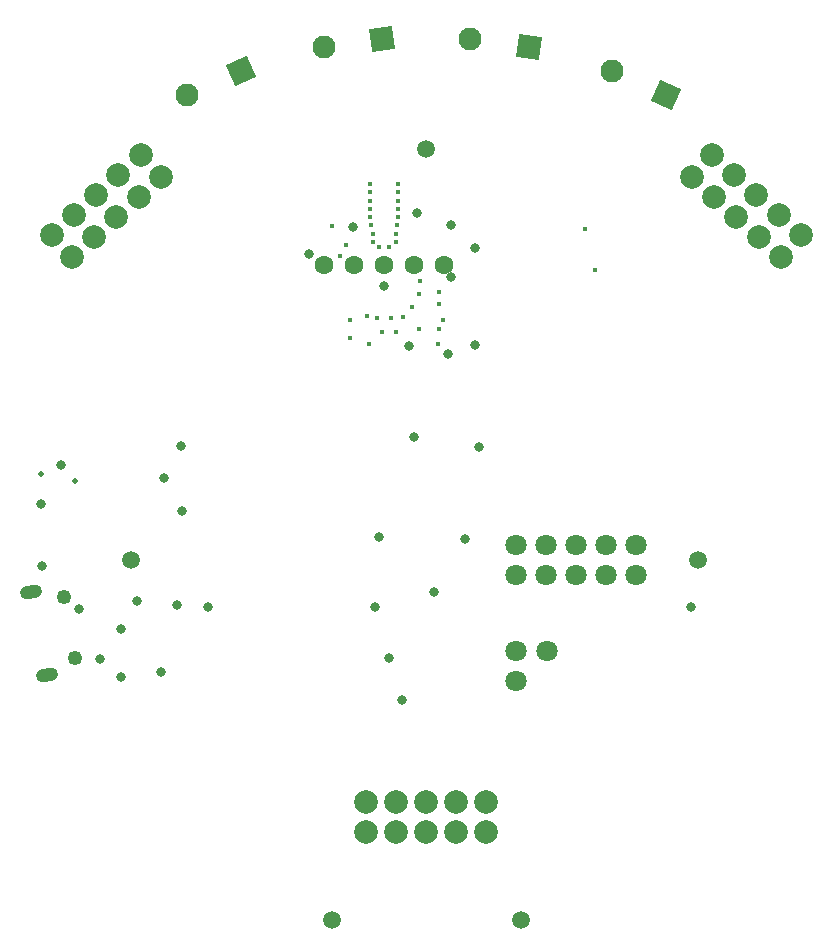
<source format=gbs>
G04 #@! TF.GenerationSoftware,KiCad,Pcbnew,7.0.1-3b83917a11~172~ubuntu22.04.1*
G04 #@! TF.CreationDate,2023-11-06T14:25:17+01:00*
G04 #@! TF.ProjectId,io_coupling_MCU_enhanced,696f5f63-6f75-4706-9c69-6e675f4d4355,rev?*
G04 #@! TF.SameCoordinates,Original*
G04 #@! TF.FileFunction,Soldermask,Bot*
G04 #@! TF.FilePolarity,Negative*
%FSLAX46Y46*%
G04 Gerber Fmt 4.6, Leading zero omitted, Abs format (unit mm)*
G04 Created by KiCad (PCBNEW 7.0.1-3b83917a11~172~ubuntu22.04.1) date 2023-11-06 14:25:17*
%MOMM*%
%LPD*%
G01*
G04 APERTURE LIST*
G04 Aperture macros list*
%AMHorizOval*
0 Thick line with rounded ends*
0 $1 width*
0 $2 $3 position (X,Y) of the first rounded end (center of the circle)*
0 $4 $5 position (X,Y) of the second rounded end (center of the circle)*
0 Add line between two ends*
20,1,$1,$2,$3,$4,$5,0*
0 Add two circle primitives to create the rounded ends*
1,1,$1,$2,$3*
1,1,$1,$4,$5*%
%AMRotRect*
0 Rectangle, with rotation*
0 The origin of the aperture is its center*
0 $1 length*
0 $2 width*
0 $3 Rotation angle, in degrees counterclockwise*
0 Add horizontal line*
21,1,$1,$2,0,0,$3*%
G04 Aperture macros list end*
%ADD10RotRect,1.950000X1.950000X188.057000*%
%ADD11C,1.950000*%
%ADD12C,1.500000*%
%ADD13C,1.800000*%
%ADD14C,2.000000*%
%ADD15RotRect,1.950000X1.950000X204.171000*%
%ADD16HorizOval,0.500000X0.000000X0.000000X0.000000X0.000000X0*%
%ADD17C,0.500000*%
%ADD18RotRect,1.950000X1.950000X171.943000*%
%ADD19HorizOval,1.100000X0.393061X0.074184X-0.393061X-0.074184X0*%
%ADD20C,1.250000*%
%ADD21RotRect,1.950000X1.950000X155.828000*%
%ADD22C,1.600000*%
%ADD23C,0.450000*%
%ADD24C,0.800000*%
G04 APERTURE END LIST*
D10*
X-3724677Y44150395D03*
D11*
X-8675323Y43449605D03*
D12*
X-8000000Y-30500000D03*
D13*
X7620000Y-7700000D03*
D14*
X-5080000Y-20460000D03*
D15*
X-15719181Y41423653D03*
D11*
X-20280819Y39376347D03*
D16*
X-29736388Y6671610D03*
D17*
X-32663612Y7328390D03*
D12*
X23000000Y0D03*
D13*
X7620000Y-10240000D03*
D12*
X0Y34800000D03*
D14*
X-24184482Y34349604D03*
X-22480611Y32465877D03*
X-26068208Y32645734D03*
X-24364338Y30762007D03*
X-27951935Y30941863D03*
X-26248065Y29058137D03*
X-29835662Y29237993D03*
X-28131792Y27354266D03*
X-31719389Y27534123D03*
X-30015518Y25650396D03*
X5080000Y-20460000D03*
D12*
X8000000Y-30500000D03*
D14*
X0Y-20460000D03*
D13*
X10200000Y-7700000D03*
D14*
X-2540000Y-23000000D03*
D13*
X7620000Y-1270000D03*
X7620000Y1270000D03*
X10160000Y-1270000D03*
X10160000Y1270000D03*
X12700000Y-1270000D03*
X12700000Y1270000D03*
X15240000Y-1270000D03*
X15240000Y1270000D03*
X17780000Y-1270000D03*
X17780000Y1270000D03*
D18*
X8675323Y43449605D03*
D11*
X3724677Y44150395D03*
D14*
X2540000Y-23000000D03*
D12*
X-25000000Y0D03*
D14*
X5080000Y-23000000D03*
X-5080000Y-23000000D03*
X-2540000Y-20460000D03*
X22480568Y32465796D03*
X24184406Y34349553D03*
X24364325Y30761959D03*
X26068162Y32645716D03*
X26248081Y29058122D03*
X27951919Y30941878D03*
X28131838Y27354284D03*
X29835675Y29238041D03*
X30015594Y25650447D03*
X31719432Y27534204D03*
D19*
X-32136368Y-9729017D03*
D20*
X-29717802Y-8254894D03*
X-30682198Y-3145106D03*
D19*
X-33471686Y-2653925D03*
D14*
X2540000Y-20460000D03*
D21*
X20280801Y39376307D03*
D11*
X15719199Y41423693D03*
D14*
X0Y-23000000D03*
D22*
X1480000Y25000000D03*
X-6140000Y25000000D03*
X-3600000Y25000000D03*
X-1060000Y25000000D03*
X-8680000Y25000000D03*
D23*
X-4800000Y29050000D03*
D24*
X-30927420Y8023266D03*
D23*
X-4550000Y26950000D03*
X-2400000Y31150000D03*
X-6500000Y18800000D03*
D24*
X-22493701Y-9465299D03*
X-20700000Y4200000D03*
D23*
X-2400000Y29050000D03*
X-2600000Y26950000D03*
D24*
X-3600000Y23200000D03*
X2099750Y23999750D03*
X2125000Y28424000D03*
D23*
X-4550000Y27650000D03*
X-4700000Y28350000D03*
D24*
X-20800000Y9649500D03*
D23*
X-3200000Y26550000D03*
X-2500000Y28350000D03*
D24*
X-22200000Y7000000D03*
D23*
X-2600000Y27624000D03*
D24*
X-2087500Y-11855000D03*
X-18459701Y-3943299D03*
D23*
X-4800000Y31150000D03*
D24*
X-27610389Y-8339611D03*
X-1505853Y18123565D03*
D23*
X-2400000Y31850000D03*
X-4800000Y30450000D03*
D24*
X612500Y-2705000D03*
D23*
X-4800000Y29750000D03*
D24*
X-3187500Y-8320000D03*
D23*
X-2400000Y30450000D03*
X-4800000Y31850000D03*
X-2400000Y29750000D03*
X-4000000Y26550000D03*
D24*
X22400000Y-4000000D03*
X3300000Y1800000D03*
X4500000Y9600000D03*
X-1024500Y10397655D03*
X-4360023Y-3932477D03*
X-21109701Y-3790299D03*
X-4000000Y2000000D03*
X4100000Y18244365D03*
X-32500000Y-500000D03*
X4100000Y26400000D03*
X-29409701Y-4090299D03*
X-25809701Y-9890299D03*
X-800000Y29400000D03*
X-6188000Y28212000D03*
X-32600000Y4720000D03*
X-9900000Y25900000D03*
X-24475250Y-3449500D03*
X-25809701Y-5790299D03*
D23*
X-8000000Y28300000D03*
X-4825498Y18323502D03*
X-6790000Y26710000D03*
X-7300000Y25800000D03*
X-5000000Y20700000D03*
X1100000Y22700000D03*
X-3746300Y19300000D03*
X1100000Y21700000D03*
X-4200000Y20500000D03*
X-2000000Y20600000D03*
X-2596800Y19287234D03*
X1438786Y20304784D03*
X-3000000Y20500000D03*
X13450000Y28030000D03*
X-6424502Y20374498D03*
X14300000Y24570000D03*
X-1200000Y21400000D03*
X-600000Y22570000D03*
X-574502Y23675265D03*
X1100000Y19600000D03*
X1000000Y18300000D03*
D24*
X1800000Y17500000D03*
D23*
X-600000Y19600000D03*
M02*

</source>
